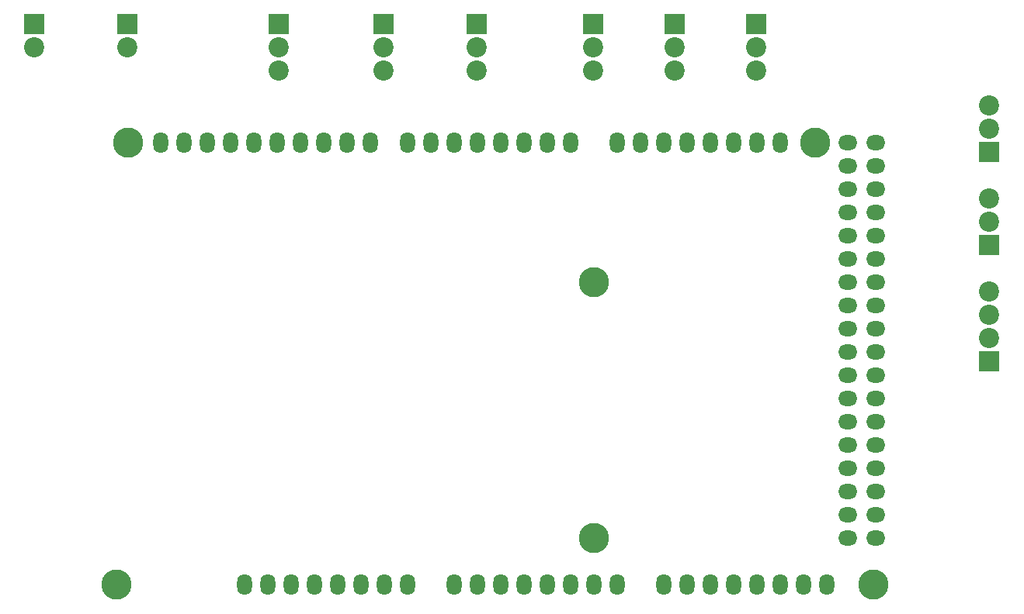
<source format=gbs>
G04 #@! TF.GenerationSoftware,KiCad,Pcbnew,(5.1.6)-1*
G04 #@! TF.CreationDate,2020-08-23T14:34:22+05:30*
G04 #@! TF.ProjectId,PCB board,50434220-626f-4617-9264-2e6b69636164,rev?*
G04 #@! TF.SameCoordinates,Original*
G04 #@! TF.FileFunction,Soldermask,Bot*
G04 #@! TF.FilePolarity,Negative*
%FSLAX46Y46*%
G04 Gerber Fmt 4.6, Leading zero omitted, Abs format (unit mm)*
G04 Created by KiCad (PCBNEW (5.1.6)-1) date 2020-08-23 14:34:22*
%MOMM*%
%LPD*%
G01*
G04 APERTURE LIST*
%ADD10R,2.200000X2.200000*%
%ADD11C,2.200000*%
%ADD12C,3.297860*%
%ADD13O,1.624000X2.297100*%
%ADD14O,2.098980X1.639240*%
%ADD15O,2.098980X1.636700*%
%ADD16O,1.624000X2.299640*%
G04 APERTURE END LIST*
D10*
X149860000Y-58420000D03*
D11*
X149860000Y-60960000D03*
X149860000Y-63500000D03*
D12*
X162620001Y-86550501D03*
D13*
X115376001Y-71310501D03*
X117916001Y-71310501D03*
D12*
X111820001Y-71310501D03*
X186750001Y-71310501D03*
D13*
X120456001Y-71310501D03*
X122996001Y-71310501D03*
X125536001Y-71310501D03*
X128076001Y-71310501D03*
X130616001Y-71310501D03*
X133156001Y-71310501D03*
X135696001Y-71310501D03*
X138236001Y-71310501D03*
X142300001Y-71310501D03*
X144840001Y-71310501D03*
X147380001Y-71310501D03*
X149920001Y-71310501D03*
X152460001Y-71310501D03*
X155000001Y-71310501D03*
X157540001Y-71310501D03*
X160080001Y-71310501D03*
X165160001Y-71310501D03*
X167700001Y-71310501D03*
X170240001Y-71310501D03*
X172780001Y-71310501D03*
X175320001Y-71310501D03*
X177860001Y-71310501D03*
X180400001Y-71310501D03*
X182940001Y-71310501D03*
D14*
X190311081Y-86550501D03*
X190311081Y-89090501D03*
X190311081Y-91630501D03*
X190311081Y-94170501D03*
X190311081Y-96710501D03*
X190311081Y-99250501D03*
X190311081Y-101790501D03*
X190311081Y-104330501D03*
D15*
X193346381Y-111950501D03*
X193346381Y-114490501D03*
D14*
X190311081Y-71310501D03*
X190311081Y-73850501D03*
X190311081Y-76390501D03*
X190311081Y-78930501D03*
X190311081Y-81470501D03*
X190311081Y-84010501D03*
D15*
X193346381Y-91630501D03*
X193346381Y-94170501D03*
X193346381Y-96710501D03*
X193346381Y-99250501D03*
X193346381Y-101790501D03*
X193346381Y-104330501D03*
X193346381Y-106870501D03*
X193346381Y-109410501D03*
D13*
X185480001Y-119570501D03*
X182940001Y-119570501D03*
X180400001Y-119570501D03*
X177860001Y-119570501D03*
D16*
X175320001Y-119570501D03*
X172780001Y-119570501D03*
X170240001Y-119570501D03*
X165160001Y-119570501D03*
X129600001Y-119570501D03*
X127060001Y-119570501D03*
X124520001Y-119570501D03*
X139760001Y-119570501D03*
X137220001Y-119570501D03*
X134680001Y-119570501D03*
X132140001Y-119570501D03*
X162620001Y-119570501D03*
X160080001Y-119570501D03*
X157540001Y-119570501D03*
X155000001Y-119570501D03*
X152460001Y-119570501D03*
X149920001Y-119570501D03*
X147380001Y-119570501D03*
X142300001Y-119570501D03*
D15*
X193346381Y-71310501D03*
X193346381Y-73850501D03*
X193346381Y-76390501D03*
X193346381Y-78930501D03*
X193346381Y-81470501D03*
X193346381Y-84010501D03*
X193346381Y-86550501D03*
X193346381Y-89090501D03*
D14*
X190311081Y-106870501D03*
X190311081Y-109410501D03*
X190311081Y-111950501D03*
X190311081Y-114490501D03*
D12*
X193100001Y-119570501D03*
X162620001Y-114490501D03*
X110550001Y-119570501D03*
D13*
X188020001Y-119570501D03*
D10*
X205740000Y-72390000D03*
D11*
X205740000Y-69850000D03*
X205740000Y-67310000D03*
X205740000Y-77470000D03*
X205740000Y-80010000D03*
D10*
X205740000Y-82550000D03*
D11*
X139700000Y-63500000D03*
X139700000Y-60960000D03*
D10*
X139700000Y-58420000D03*
X101600000Y-58420000D03*
D11*
X101600000Y-60960000D03*
D10*
X205740000Y-95250000D03*
D11*
X205740000Y-92710000D03*
X205740000Y-90170000D03*
X205740000Y-87630000D03*
X128270000Y-63500000D03*
X128270000Y-60960000D03*
D10*
X128270000Y-58420000D03*
X171450000Y-58420000D03*
D11*
X171450000Y-60960000D03*
X171450000Y-63500000D03*
X180340000Y-63500000D03*
X180340000Y-60960000D03*
D10*
X180340000Y-58420000D03*
X162560000Y-58420000D03*
D11*
X162560000Y-60960000D03*
X162560000Y-63500000D03*
D10*
X111760000Y-58420000D03*
D11*
X111760000Y-60960000D03*
M02*

</source>
